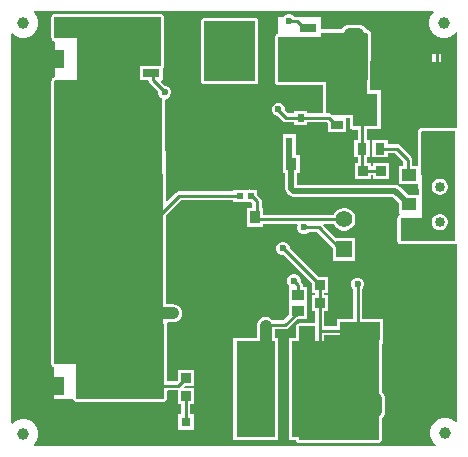
<source format=gtl>
G04*
G04 #@! TF.GenerationSoftware,Altium Limited,Altium Designer,22.9.1 (49)*
G04*
G04 Layer_Physical_Order=1*
G04 Layer_Color=255*
%FSLAX44Y44*%
%MOMM*%
G71*
G04*
G04 #@! TF.SameCoordinates,C8543A43-BB23-4CB5-9DBE-1C6E9BA76EC2*
G04*
G04*
G04 #@! TF.FilePolarity,Positive*
G04*
G01*
G75*
%ADD13C,0.2540*%
%ADD17R,3.4500X1.5500*%
%ADD18R,0.6000X0.7000*%
%ADD19R,2.1590X2.7430*%
%ADD20R,1.4500X0.7000*%
%ADD21R,1.0000X0.9000*%
%ADD22R,1.0000X0.8000*%
%ADD23R,0.9000X1.0000*%
%ADD24R,3.3000X8.2000*%
%ADD25R,0.8000X1.0000*%
%ADD26R,1.2000X1.0000*%
%ADD27R,0.8000X0.8000*%
%ADD28R,0.8500X0.8500*%
%ADD29R,0.9000X1.0500*%
%ADD30R,0.6000X0.5500*%
%ADD54R,0.8500X0.8500*%
%ADD55C,0.5000*%
%ADD56C,1.0000*%
%ADD57C,1.0000*%
G04:AMPARAMS|DCode=58|XSize=1.7mm|YSize=2mm|CornerRadius=0.425mm|HoleSize=0mm|Usage=FLASHONLY|Rotation=0.000|XOffset=0mm|YOffset=0mm|HoleType=Round|Shape=RoundedRectangle|*
%AMROUNDEDRECTD58*
21,1,1.7000,1.1500,0,0,0.0*
21,1,0.8500,2.0000,0,0,0.0*
1,1,0.8500,0.4250,-0.5750*
1,1,0.8500,-0.4250,-0.5750*
1,1,0.8500,-0.4250,0.5750*
1,1,0.8500,0.4250,0.5750*
%
%ADD58ROUNDEDRECTD58*%
%ADD59O,1.7000X2.0000*%
%ADD60C,1.4000*%
%ADD61R,1.4000X1.4000*%
%ADD62C,0.8500*%
%ADD63C,0.7620*%
%ADD64C,0.6000*%
G36*
X361386Y371121D02*
X359966Y369700D01*
X358315Y366840D01*
X357460Y363651D01*
Y360349D01*
X358315Y357160D01*
X359966Y354300D01*
X362300Y351965D01*
X365160Y350315D01*
X368349Y349460D01*
X371651D01*
X374840Y350315D01*
X377700Y351965D01*
X380034Y354300D01*
X380164Y354524D01*
X381391Y354196D01*
Y273652D01*
X380330Y272951D01*
X380121Y272917D01*
X379250Y273090D01*
X351156D01*
X351145Y273088D01*
X351134Y273090D01*
X350649Y272989D01*
X350165Y272893D01*
X350155Y272886D01*
X350144Y272884D01*
X349735Y272606D01*
X349324Y272331D01*
X349318Y272322D01*
X349309Y272316D01*
X348419Y271410D01*
X348413Y271401D01*
X348403Y271394D01*
X348136Y270979D01*
X347864Y270565D01*
X347862Y270554D01*
X347856Y270545D01*
X347768Y270058D01*
X347676Y269572D01*
X347678Y269561D01*
X347676Y269550D01*
X348150Y241696D01*
X347259Y240790D01*
X343385D01*
Y246000D01*
X343089Y247487D01*
X342247Y248747D01*
X332747Y258247D01*
X331487Y259089D01*
X330000Y259385D01*
X322290D01*
Y263040D01*
X309210D01*
Y247960D01*
X322290D01*
Y251615D01*
X328391D01*
X335615Y244391D01*
Y240790D01*
X331960D01*
Y225710D01*
X348422D01*
X348575Y216696D01*
X347685Y215790D01*
X340227D01*
X332634Y223384D01*
X330966Y224498D01*
X329000Y224889D01*
X245889D01*
Y234710D01*
X247790D01*
Y249790D01*
X244389D01*
Y255460D01*
X244790D01*
Y267540D01*
X233710D01*
Y255460D01*
X234111D01*
Y249790D01*
X233710D01*
Y234710D01*
X235611D01*
Y221238D01*
X236002Y219271D01*
X237116Y217604D01*
X238008Y217008D01*
X238604Y216116D01*
X240271Y215002D01*
X242238Y214611D01*
X326871D01*
X331960Y209523D01*
Y200710D01*
X332372D01*
X332497Y199440D01*
X332259Y199393D01*
X331419Y198831D01*
X330857Y197991D01*
X330660Y197000D01*
Y177500D01*
X330857Y176509D01*
X331419Y175669D01*
X332259Y175107D01*
X333250Y174910D01*
X379250D01*
X380121Y175083D01*
X380330Y175049D01*
X381391Y174348D01*
Y24140D01*
X380121Y23614D01*
X378700Y25034D01*
X375840Y26685D01*
X372651Y27540D01*
X369349D01*
X366160Y26685D01*
X363300Y25034D01*
X360965Y22700D01*
X359315Y19840D01*
X358460Y16651D01*
Y13349D01*
X359315Y10160D01*
X360965Y7300D01*
X363300Y4965D01*
X363524Y4836D01*
X363196Y3609D01*
X23140D01*
X22614Y4879D01*
X24035Y6300D01*
X25685Y9160D01*
X26540Y12349D01*
Y15651D01*
X25685Y18840D01*
X24035Y21700D01*
X21700Y24035D01*
X18840Y25685D01*
X15651Y26540D01*
X12349D01*
X9160Y25685D01*
X6300Y24035D01*
X4879Y22614D01*
X3609Y23140D01*
Y352860D01*
X4879Y353386D01*
X6300Y351965D01*
X9160Y350315D01*
X12349Y349460D01*
X15651D01*
X18840Y350315D01*
X21700Y351965D01*
X24035Y354300D01*
X25685Y357160D01*
X26540Y360349D01*
Y363651D01*
X25685Y366840D01*
X24035Y369700D01*
X22614Y371121D01*
X23140Y372391D01*
X360860D01*
X361386Y371121D01*
D02*
G37*
G36*
X379250Y177500D02*
X333250D01*
Y197000D01*
X351500D01*
X350265Y269594D01*
X351156Y270500D01*
X379250D01*
Y177500D01*
D02*
G37*
%LPC*%
G36*
X363750Y343635D02*
X362263Y343339D01*
X361003Y342497D01*
X360161Y341237D01*
X359865Y339750D01*
Y324250D01*
X360161Y322763D01*
X361003Y321503D01*
X362263Y320661D01*
X363750Y320365D01*
X365237Y320661D01*
X366497Y321503D01*
X367339Y322763D01*
X367635Y324250D01*
Y339750D01*
X367339Y341237D01*
X366497Y342497D01*
X365237Y343339D01*
X363750Y343635D01*
D02*
G37*
G36*
X210375Y366090D02*
X166625D01*
X165634Y365893D01*
X164794Y365331D01*
X164232Y364491D01*
X164035Y363500D01*
Y313000D01*
X164232Y312009D01*
X164794Y311169D01*
X165634Y310607D01*
X166625Y310410D01*
X210375D01*
X211366Y310607D01*
X212206Y311169D01*
X212768Y312009D01*
X212965Y313000D01*
Y363500D01*
X212768Y364491D01*
X212206Y365331D01*
X211366Y365893D01*
X210375Y366090D01*
D02*
G37*
G36*
X239852Y369040D02*
X237648D01*
X235612Y368197D01*
X234587Y367172D01*
X229250D01*
Y352840D01*
X228259Y352643D01*
X227419Y352081D01*
X226857Y351241D01*
X226660Y350250D01*
Y311700D01*
X226857Y310709D01*
X227419Y309869D01*
X228259Y309307D01*
X229250Y309110D01*
X267660D01*
Y285385D01*
X254290D01*
Y287540D01*
X243210D01*
Y285385D01*
X238045D01*
X235290Y288140D01*
Y289852D01*
X234447Y291888D01*
X232888Y293447D01*
X230852Y294290D01*
X228648D01*
X226612Y293447D01*
X225053Y291888D01*
X224210Y289852D01*
Y287648D01*
X225053Y285612D01*
X226612Y284053D01*
X228648Y283210D01*
X229233D01*
X233689Y278753D01*
X234950Y277911D01*
X236436Y277615D01*
X243210D01*
Y275460D01*
X254290D01*
Y277615D01*
X271141D01*
X271960Y276796D01*
Y269210D01*
X287040D01*
Y281160D01*
X290160D01*
Y274250D01*
X290165Y274226D01*
Y272245D01*
X291179D01*
X291759Y271857D01*
X292750Y271660D01*
X296865D01*
Y263040D01*
X294210D01*
Y247960D01*
X296865D01*
Y243540D01*
X294710D01*
Y229960D01*
X308290D01*
Y232865D01*
X310210D01*
Y229960D01*
X323790D01*
Y243540D01*
X310210D01*
Y240635D01*
X308290D01*
Y243540D01*
X304635D01*
Y247960D01*
X307290D01*
Y263040D01*
X304635D01*
Y271660D01*
X304678D01*
X305159Y271756D01*
X305642Y271846D01*
X305655Y271854D01*
X305669Y271857D01*
X306077Y272129D01*
X306254Y272245D01*
X316835D01*
Y304755D01*
X308523D01*
X307631Y305658D01*
X308174Y352817D01*
X308173Y352824D01*
X308174Y352832D01*
X308080Y353320D01*
X307989Y353810D01*
X307985Y353817D01*
X307983Y353824D01*
X307709Y354239D01*
X307437Y354657D01*
X307431Y354661D01*
X307427Y354668D01*
X306534Y355571D01*
X306527Y355575D01*
X306523Y355581D01*
X306110Y355857D01*
X305697Y356137D01*
X305689Y356138D01*
X305683Y356143D01*
X305194Y356240D01*
X304707Y356340D01*
X304699Y356338D01*
X304692Y356340D01*
X304173D01*
X303931Y356924D01*
X302843Y358343D01*
X301424Y359431D01*
X299773Y360115D01*
X298000Y360349D01*
X289500D01*
X287728Y360115D01*
X286076Y359431D01*
X284657Y358343D01*
X283569Y356924D01*
X283327Y356340D01*
X265790D01*
Y367172D01*
X242913D01*
X241888Y368197D01*
X239852Y369040D01*
D02*
G37*
G36*
X130451Y369340D02*
X40250D01*
X39259Y369143D01*
X38419Y368581D01*
X37857Y367741D01*
X37660Y366750D01*
Y349963D01*
X37689Y349818D01*
X37677Y349672D01*
X37814Y348459D01*
X37924Y348114D01*
X37995Y347759D01*
X38077Y347636D01*
X38122Y347496D01*
X38355Y347220D01*
X38556Y346919D01*
X38679Y346837D01*
X38774Y346724D01*
X39096Y346558D01*
X39396Y346357D01*
X39541Y346329D01*
X39672Y346261D01*
X40033Y346231D01*
X40387Y346160D01*
Y315840D01*
X40033Y315769D01*
X39672Y315739D01*
X39541Y315671D01*
X39396Y315643D01*
X39096Y315442D01*
X38774Y315276D01*
X38679Y315163D01*
X38556Y315081D01*
X38355Y314780D01*
X38122Y314504D01*
X38077Y314364D01*
X37995Y314241D01*
X37924Y313886D01*
X37814Y313542D01*
X37677Y312328D01*
X37689Y312181D01*
X37660Y312037D01*
Y72750D01*
X37857Y71759D01*
X38419Y70919D01*
X39259Y70357D01*
X39829Y70244D01*
X40246Y43500D01*
X55877D01*
X56108Y43154D01*
X56343Y42768D01*
X57509Y41498D01*
X57554Y41465D01*
X57585Y41419D01*
X57961Y41168D01*
X58325Y40902D01*
X58379Y40888D01*
X58425Y40857D01*
X58868Y40769D01*
X59306Y40663D01*
X59362Y40671D01*
X59416Y40660D01*
X132269D01*
X132274Y40661D01*
X132280Y40660D01*
X132768Y40760D01*
X133260Y40857D01*
X133265Y40861D01*
X133270Y40862D01*
X133684Y41141D01*
X134100Y41419D01*
X134103Y41423D01*
X134108Y41427D01*
X135002Y42328D01*
X135005Y42333D01*
X135010Y42336D01*
X135285Y42756D01*
X135560Y43171D01*
X135561Y43176D01*
X135564Y43181D01*
X135657Y43672D01*
X135753Y44163D01*
X135752Y44168D01*
X135753Y44174D01*
X135704Y49964D01*
X136598Y50865D01*
X144960D01*
Y38960D01*
X147615D01*
Y30540D01*
X144960D01*
Y17460D01*
X158040D01*
Y30540D01*
X155385D01*
Y38960D01*
X158540D01*
Y52540D01*
X150586D01*
X150052Y53752D01*
X150620Y54460D01*
X158540D01*
Y68040D01*
X144960D01*
Y59954D01*
X143641Y58635D01*
X135631D01*
X135220Y107493D01*
X136115Y108395D01*
X141000D01*
X142968Y108654D01*
X144803Y109414D01*
X146378Y110622D01*
X147586Y112198D01*
X148346Y114032D01*
X148605Y116000D01*
X148346Y117968D01*
X147586Y119803D01*
X146378Y121378D01*
X144803Y122586D01*
X142968Y123346D01*
X141000Y123605D01*
X135085D01*
X134454Y198710D01*
X147359Y211615D01*
X191710D01*
Y210210D01*
X207046D01*
X207865Y209391D01*
Y205040D01*
X202960D01*
Y189460D01*
X217040D01*
Y191765D01*
X245572D01*
X246278Y190709D01*
X245960Y189942D01*
Y187738D01*
X246803Y185702D01*
X248362Y184143D01*
X250398Y183300D01*
X252602D01*
X254638Y184143D01*
X255610Y185115D01*
X262391D01*
X275960Y171546D01*
Y160710D01*
X295040D01*
Y179790D01*
X278704D01*
X267998Y190495D01*
X268524Y191765D01*
X276727D01*
X277866Y189792D01*
X279642Y188016D01*
X281818Y186760D01*
X284244Y186110D01*
X286756D01*
X289182Y186760D01*
X291358Y188016D01*
X293134Y189792D01*
X294390Y191968D01*
X295040Y194394D01*
Y196906D01*
X294390Y199332D01*
X293134Y201508D01*
X291358Y203284D01*
X289182Y204540D01*
X286756Y205190D01*
X284244D01*
X281818Y204540D01*
X279642Y203284D01*
X277866Y201508D01*
X276727Y199535D01*
X217040D01*
Y205040D01*
X215635D01*
Y211000D01*
X215339Y212487D01*
X214497Y213747D01*
X211790Y216454D01*
Y220790D01*
X206984D01*
X205874Y221011D01*
X205624D01*
X204514Y220790D01*
X191710D01*
Y219385D01*
X145750D01*
X144263Y219089D01*
X143003Y218247D01*
X135524Y210767D01*
X134348Y211249D01*
X133629Y296808D01*
X134523Y297710D01*
X134852D01*
X136888Y298553D01*
X138447Y300112D01*
X139290Y302148D01*
Y304352D01*
X138447Y306388D01*
X136888Y307947D01*
X134852Y308790D01*
X133704D01*
X130507Y311987D01*
X130993Y313160D01*
X132040D01*
Y323722D01*
X132632Y324318D01*
X132635Y324323D01*
X132639Y324326D01*
X132913Y324743D01*
X133190Y325161D01*
X133191Y325166D01*
X133194Y325171D01*
X133287Y325662D01*
X133383Y326153D01*
X133382Y326158D01*
X133383Y326164D01*
X133041Y366772D01*
X132941Y367256D01*
X132844Y367741D01*
X132838Y367750D01*
X132836Y367761D01*
X132558Y368169D01*
X132283Y368581D01*
X132274Y368587D01*
X132267Y368596D01*
X131854Y368868D01*
X131443Y369143D01*
X131432Y369145D01*
X131422Y369151D01*
X130937Y369243D01*
X130451Y369340D01*
D02*
G37*
G36*
X244194Y148920D02*
X241990D01*
X239954Y148077D01*
X238395Y146518D01*
X237552Y144482D01*
Y142278D01*
X238395Y140242D01*
X238939Y139698D01*
X239210Y138540D01*
X239210Y138540D01*
X239210Y138540D01*
Y124460D01*
Y115204D01*
X234113Y110107D01*
X224777D01*
X224378Y110628D01*
X222803Y111836D01*
X220968Y112596D01*
X219000Y112855D01*
X217032Y112596D01*
X215198Y111836D01*
X213622Y110628D01*
X212414Y109052D01*
X211654Y107218D01*
X211395Y105250D01*
Y95540D01*
X191460D01*
Y8460D01*
X229540D01*
Y95540D01*
X226605D01*
Y102337D01*
X235722D01*
X237209Y102633D01*
X238469Y103475D01*
X245954Y110960D01*
X254290D01*
Y124460D01*
Y138540D01*
X250385D01*
Y139972D01*
X250089Y141459D01*
X249247Y142719D01*
X248632Y143334D01*
Y144482D01*
X247789Y146518D01*
X246230Y148077D01*
X244194Y148920D01*
D02*
G37*
G36*
X234852Y176540D02*
X232648D01*
X230612Y175697D01*
X229053Y174138D01*
X228210Y172102D01*
Y169898D01*
X229053Y167862D01*
X230612Y166303D01*
X232648Y165460D01*
X234046D01*
X257960Y141546D01*
Y133460D01*
X260865D01*
Y131540D01*
X257960D01*
Y117960D01*
X260865D01*
Y107590D01*
X247250D01*
X246259Y107393D01*
X245419Y106831D01*
X244857Y105991D01*
X244660Y105000D01*
Y95540D01*
X238460D01*
Y8460D01*
X244768D01*
X244857Y8009D01*
X245419Y7169D01*
X246259Y6607D01*
X247250Y6410D01*
X314354D01*
X315346Y6607D01*
X316186Y7169D01*
X317084Y8067D01*
X317645Y8907D01*
X317842Y9898D01*
X317841Y27215D01*
X318093Y27407D01*
X319181Y28826D01*
X319865Y30477D01*
X320099Y32250D01*
Y43750D01*
X319865Y45523D01*
X319181Y47174D01*
X318093Y48593D01*
X317840Y48786D01*
X317838Y90062D01*
X318736Y90960D01*
X318790D01*
Y111540D01*
X300885D01*
Y136795D01*
X301701Y137612D01*
X302545Y139648D01*
Y141852D01*
X301701Y143888D01*
X300143Y145447D01*
X298107Y146290D01*
X295903D01*
X293867Y145447D01*
X292308Y143888D01*
X291465Y141852D01*
Y139648D01*
X292308Y137612D01*
X293115Y136805D01*
Y111540D01*
X279210D01*
Y105135D01*
X268635D01*
Y117960D01*
X271540D01*
Y131540D01*
X268635D01*
Y133460D01*
X271540D01*
Y147040D01*
X263454D01*
X239290Y171204D01*
Y172102D01*
X238447Y174138D01*
X236888Y175697D01*
X234852Y176540D01*
D02*
G37*
%LPD*%
G36*
X210375Y313000D02*
X166625D01*
Y363500D01*
X210375D01*
Y313000D01*
D02*
G37*
G36*
X305585Y352847D02*
X304678Y274250D01*
X292750D01*
Y283750D01*
X275994D01*
X275497Y284247D01*
X274237Y285089D01*
X272750Y285385D01*
X270250D01*
Y311700D01*
X229250D01*
Y350250D01*
X265790D01*
Y353750D01*
X304692D01*
X305585Y352847D01*
D02*
G37*
G36*
X130793Y326142D02*
X129899Y325240D01*
X112460D01*
Y313160D01*
X119781D01*
X120033Y311891D01*
X120875Y310631D01*
X128210Y303296D01*
Y302148D01*
X129053Y300112D01*
X130612Y298553D01*
X131026Y298382D01*
X133163Y44152D01*
X132269Y43250D01*
X59416D01*
X58250Y44520D01*
X58250Y72750D01*
X40250D01*
Y312037D01*
X40387Y313250D01*
X59500D01*
Y348750D01*
X40387D01*
X40250Y349963D01*
Y366750D01*
X130451D01*
X130793Y326142D01*
D02*
G37*
G36*
X315252Y9898D02*
X314354Y9000D01*
X247250D01*
Y105000D01*
X260865D01*
Y101250D01*
Y60859D01*
X254753Y54747D01*
X253911Y53487D01*
X253615Y52000D01*
X253911Y50513D01*
X254753Y49253D01*
X256013Y48411D01*
X257500Y48115D01*
X258987Y48411D01*
X260247Y49253D01*
X267497Y56503D01*
X268339Y57763D01*
X268635Y59250D01*
Y97365D01*
X299000D01*
X300487Y97661D01*
X301747Y98503D01*
X302589Y99763D01*
X302885Y101250D01*
X302589Y102737D01*
X301925Y103730D01*
X302220Y104595D01*
X302540Y105000D01*
X315248D01*
X315252Y9898D01*
D02*
G37*
%LPC*%
G36*
X367394Y230040D02*
X365606D01*
X363879Y229577D01*
X362331Y228683D01*
X361067Y227419D01*
X360173Y225871D01*
X359710Y224144D01*
Y222356D01*
X360173Y220629D01*
X361067Y219081D01*
X362331Y217817D01*
X363879Y216923D01*
X365606Y216460D01*
X367394D01*
X369121Y216923D01*
X370669Y217817D01*
X371933Y219081D01*
X372827Y220629D01*
X373290Y222356D01*
Y224144D01*
X372827Y225871D01*
X371933Y227419D01*
X370669Y228683D01*
X369121Y229577D01*
X367394Y230040D01*
D02*
G37*
G36*
Y200040D02*
X365606D01*
X363879Y199577D01*
X362331Y198683D01*
X361067Y197419D01*
X360173Y195871D01*
X359710Y194144D01*
Y192356D01*
X360173Y190629D01*
X361067Y189081D01*
X362331Y187817D01*
X363879Y186923D01*
X365606Y186460D01*
X367394D01*
X369121Y186923D01*
X370669Y187817D01*
X371933Y189081D01*
X372827Y190629D01*
X373290Y192356D01*
Y194144D01*
X372827Y195871D01*
X371933Y197419D01*
X370669Y198683D01*
X369121Y199577D01*
X367394Y200040D01*
D02*
G37*
%LPD*%
D13*
X297000Y103250D02*
X299000Y101250D01*
X297000Y103250D02*
Y138500D01*
X238750Y363500D02*
X239128Y363122D01*
X301500Y236750D02*
X317000D01*
X248750Y281500D02*
X272750D01*
X207980Y214770D02*
Y215020D01*
X210500Y52000D02*
X219000Y60500D01*
X363750Y324250D02*
Y339750D01*
X264750Y124750D02*
Y140250D01*
X229750Y288186D02*
X236436Y281500D01*
X245270Y116270D02*
X248500Y119500D01*
X272750Y281500D02*
X278500Y275750D01*
X248500Y119500D02*
X249000D01*
X330000Y255500D02*
X339500Y246000D01*
X123622Y313378D02*
X133750Y303250D01*
X264750Y101250D02*
X299000D01*
X239128Y363122D02*
X245428D01*
X96750Y186750D02*
X117000D01*
X251250Y357300D02*
X255000D01*
X246500Y131750D02*
Y139972D01*
X251660Y189000D02*
X264000D01*
X210000Y197250D02*
X211600Y195650D01*
X117000Y186750D02*
X145750Y215500D01*
X151500Y45500D02*
X151750Y45750D01*
X211750Y199000D02*
Y211000D01*
X90000Y54750D02*
X145250D01*
X236436Y281500D02*
X248750D01*
X110250Y266750D02*
X113000Y269500D01*
X257500Y52000D02*
X264750Y59250D01*
X219972Y106222D02*
X235722D01*
X300750Y237500D02*
Y255500D01*
X123000Y269500D02*
X125750Y266750D01*
X245428Y363122D02*
X251250Y357300D01*
X264000Y189000D02*
X280750Y172250D01*
X339500Y234250D02*
Y246000D01*
X264750Y59250D02*
Y101250D01*
X251500Y188840D02*
X251660Y189000D01*
X239250Y243750D02*
X240750Y242250D01*
X246500Y131750D02*
X246750Y131500D01*
X240750Y221238D02*
X242238Y219750D01*
X113000Y269500D02*
X123000D01*
X210000Y197250D02*
X211750Y199000D01*
X123622Y313378D02*
Y317828D01*
X205624Y217126D02*
X205874D01*
X151500Y24000D02*
Y45500D01*
X278500Y275750D02*
X279500D01*
X207980Y214770D02*
X211750Y211000D01*
X234000Y171000D02*
X264750Y140250D01*
X300750Y255500D02*
Y285750D01*
X229750Y288186D02*
Y288750D01*
X219000Y105250D02*
X219972Y106222D01*
X235722D02*
X245270Y115770D01*
X300750Y285750D02*
X303500Y288500D01*
X300750Y237500D02*
X301500Y236750D01*
X245270Y115770D02*
Y116270D01*
X315750Y255500D02*
X330000D01*
X264750Y101250D02*
X264750Y101250D01*
X339500Y234250D02*
X340500Y233250D01*
X264750Y101250D02*
Y124750D01*
X122250Y319200D02*
X123622Y317828D01*
X233750Y171000D02*
X234000D01*
X211600Y195650D02*
X285500D01*
X243092Y143380D02*
X246500Y139972D01*
X145750Y215500D02*
X198159D01*
X205874Y217126D02*
X207980Y215020D01*
X145250Y54750D02*
X151750Y61250D01*
D17*
X358000Y101250D02*
D03*
X299000D02*
D03*
X90000Y331000D02*
D03*
X31000D02*
D03*
Y54750D02*
D03*
X90000D02*
D03*
X96750Y186750D02*
D03*
X155750D02*
D03*
D18*
X248750Y281500D02*
D03*
X258250Y261500D02*
D03*
X239250D02*
D03*
D19*
X347700Y288500D02*
D03*
X303500D02*
D03*
D20*
X178250Y357300D02*
D03*
Y344600D02*
D03*
Y331900D02*
D03*
Y319200D02*
D03*
X122250D02*
D03*
Y331900D02*
D03*
Y344600D02*
D03*
Y357300D02*
D03*
X199000Y319200D02*
D03*
Y331900D02*
D03*
Y344600D02*
D03*
Y357300D02*
D03*
X255000D02*
D03*
Y344600D02*
D03*
Y331900D02*
D03*
Y319200D02*
D03*
D21*
X246750Y131500D02*
D03*
Y118000D02*
D03*
D22*
X370500Y265750D02*
D03*
Y280750D02*
D03*
X279500Y290750D02*
D03*
Y275750D02*
D03*
D23*
X240750Y242250D02*
D03*
X254250D02*
D03*
D24*
X257500Y52000D02*
D03*
X210500D02*
D03*
D25*
X300750Y255500D02*
D03*
X315750D02*
D03*
D26*
X340500Y233250D02*
D03*
Y208250D02*
D03*
Y183250D02*
D03*
D27*
X151500Y24000D02*
D03*
Y9000D02*
D03*
D28*
X151750Y61250D02*
D03*
Y45750D02*
D03*
X363750Y339750D02*
D03*
Y324250D02*
D03*
X264750Y140250D02*
D03*
Y124750D02*
D03*
D29*
X210000Y197250D02*
D03*
X196000D02*
D03*
D30*
X197250Y215500D02*
D03*
X206250D02*
D03*
D54*
X110250Y266750D02*
D03*
X125750D02*
D03*
X301500Y236750D02*
D03*
X317000D02*
D03*
D55*
X239250Y243750D02*
Y261500D01*
X329000Y219750D02*
X340500Y208250D01*
X242238Y219750D02*
X329000D01*
X240750Y221238D02*
Y242250D01*
D56*
X55500Y116000D02*
X141000D01*
X219000Y60500D02*
Y105250D01*
D57*
X14000Y362000D02*
D03*
X370000D02*
D03*
X371000Y15000D02*
D03*
X14000Y14000D02*
D03*
D58*
X293750Y347750D02*
D03*
X309000Y38000D02*
D03*
X53000Y119000D02*
D03*
Y183750D02*
D03*
Y249500D02*
D03*
D59*
X318750Y347750D02*
D03*
X334000Y38000D02*
D03*
X28000Y119000D02*
D03*
Y183750D02*
D03*
Y249500D02*
D03*
D60*
X285500Y195650D02*
D03*
D61*
Y170250D02*
D03*
D62*
X366500Y223250D02*
D03*
Y193250D02*
D03*
D63*
X334000Y100800D02*
D03*
X207000Y253200D02*
D03*
X181600Y304000D02*
D03*
X156200Y253200D02*
D03*
X181600Y202400D02*
D03*
X156200Y151600D02*
D03*
X181600Y100800D02*
D03*
X141000Y116000D02*
D03*
X219000Y105250D02*
D03*
D64*
X229750Y288750D02*
D03*
X243092Y143380D02*
D03*
X238750Y363500D02*
D03*
X133750Y303250D02*
D03*
X251500Y188840D02*
D03*
X233750Y171000D02*
D03*
X297005Y140750D02*
D03*
M02*

</source>
